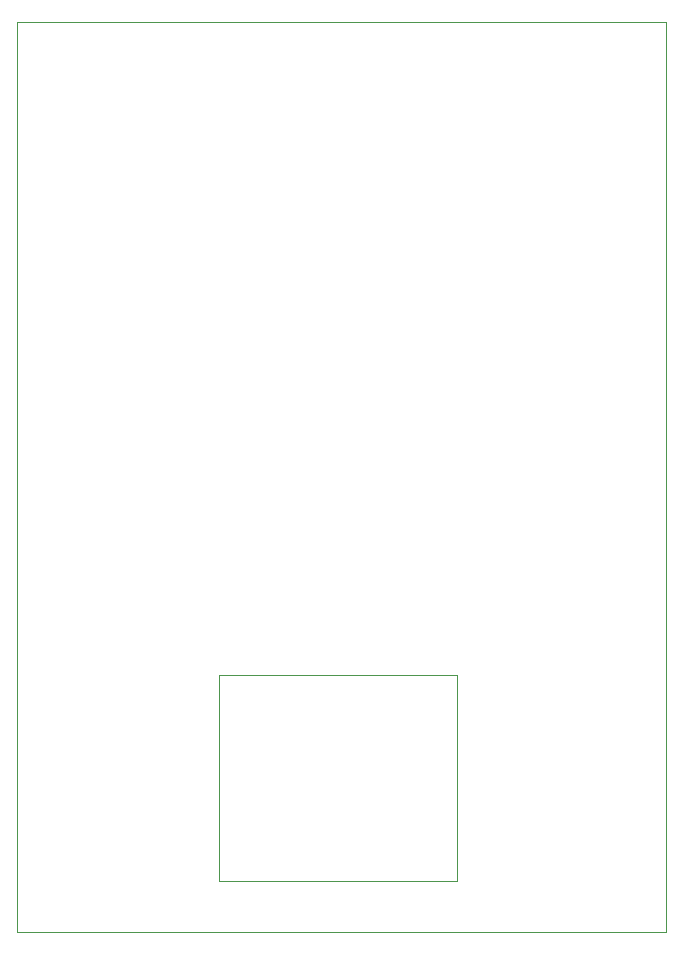
<source format=gbr>
%TF.GenerationSoftware,KiCad,Pcbnew,5.1.8-5.1.8*%
%TF.CreationDate,2021-11-25T16:42:30+01:00*%
%TF.ProjectId,diodedistortion,64696f64-6564-4697-9374-6f7274696f6e,rev?*%
%TF.SameCoordinates,Original*%
%TF.FileFunction,Profile,NP*%
%FSLAX46Y46*%
G04 Gerber Fmt 4.6, Leading zero omitted, Abs format (unit mm)*
G04 Created by KiCad (PCBNEW 5.1.8-5.1.8) date 2021-11-25 16:42:30*
%MOMM*%
%LPD*%
G01*
G04 APERTURE LIST*
%TA.AperFunction,Profile*%
%ADD10C,0.050000*%
%TD*%
G04 APERTURE END LIST*
D10*
X81125000Y-138700000D02*
X81125000Y-121250000D01*
X101250000Y-138700000D02*
X81125000Y-138700000D01*
X101250000Y-121250000D02*
X101250000Y-138700000D01*
X81125000Y-121250000D02*
X101250000Y-121250000D01*
X64000000Y-143000000D02*
X119000000Y-143000000D01*
X119000000Y-66000000D02*
X119000000Y-143000000D01*
X64000000Y-66000000D02*
X64000000Y-143000000D01*
X64000000Y-66000000D02*
X119000000Y-66000000D01*
M02*

</source>
